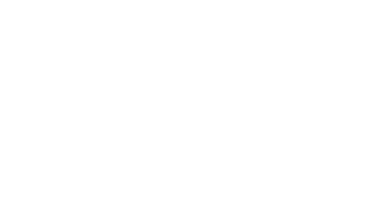
<source format=gto>
%TF.GenerationSoftware,KiCad,Pcbnew,7.0.2-0*%
%TF.CreationDate,2023-06-01T09:18:08+08:00*%
%TF.ProjectId,Anya,416e7961-2e6b-4696-9361-645f70636258,2*%
%TF.SameCoordinates,PX917e180PY435cdf8*%
%TF.FileFunction,Legend,Top*%
%TF.FilePolarity,Positive*%
%FSLAX46Y46*%
G04 Gerber Fmt 4.6, Leading zero omitted, Abs format (unit mm)*
G04 Created by KiCad (PCBNEW 7.0.2-0) date 2023-06-01 09:18:08*
%MOMM*%
%LPD*%
G01*
G04 APERTURE LIST*
%ADD10R,1.752600X1.752600*%
%ADD11C,1.752600*%
%ADD12C,1.900000*%
%ADD13C,3.000000*%
%ADD14C,4.000000*%
%ADD15C,3.200000*%
G04 APERTURE END LIST*
D10*
%TO.C,U1*%
X-90170000Y-20955000D03*
D11*
X-87630000Y-20955000D03*
X-85090000Y-20955000D03*
X-82550000Y-20955000D03*
X-80010000Y-20955000D03*
X-77470000Y-20955000D03*
X-74930000Y-20955000D03*
X-72390000Y-20955000D03*
X-69850000Y-20955000D03*
X-67310000Y-20955000D03*
X-64770000Y-20955000D03*
X-62230000Y-20955000D03*
X-62230000Y-36195000D03*
X-64770000Y-36195000D03*
X-67310000Y-36195000D03*
X-69850000Y-36195000D03*
X-72390000Y-36195000D03*
X-74930000Y-36195000D03*
X-77470000Y-36195000D03*
X-80010000Y-36195000D03*
X-82550000Y-36195000D03*
X-85090000Y-36195000D03*
X-87630000Y-36195000D03*
X-90170000Y-36195000D03*
%TD*%
%LPC*%
D12*
%TO.C,SW29*%
X61595000Y-9525000D03*
D13*
X62865000Y-6985000D03*
D14*
X66675000Y-9525000D03*
D13*
X69215000Y-4445000D03*
D12*
X71755000Y-9525000D03*
%TD*%
%TO.C,SW13*%
X-52705000Y9525000D03*
D13*
X-51435000Y12065000D03*
D14*
X-47625000Y9525000D03*
D13*
X-45085000Y14605000D03*
D12*
X-42545000Y9525000D03*
%TD*%
%TO.C,SW27*%
X23495000Y-9525000D03*
D13*
X24765000Y-6985000D03*
D14*
X28575000Y-9525000D03*
D13*
X31115000Y-4445000D03*
D12*
X33655000Y-9525000D03*
%TD*%
%TO.C,SW24*%
X-33655000Y-9525000D03*
D13*
X-32385000Y-6985000D03*
D14*
X-28575000Y-9525000D03*
D13*
X-26035000Y-4445000D03*
D12*
X-23495000Y-9525000D03*
%TD*%
%TO.C,SW8*%
X42545000Y28575000D03*
D13*
X43815000Y31115000D03*
D14*
X47625000Y28575000D03*
D13*
X50165000Y33655000D03*
D12*
X52705000Y28575000D03*
%TD*%
%TO.C,SW15*%
X-14605000Y9525000D03*
D13*
X-13335000Y12065000D03*
D14*
X-9525000Y9525000D03*
D13*
X-6985000Y14605000D03*
D12*
X-4445000Y9525000D03*
%TD*%
%TO.C,SW1*%
X-90805000Y28575000D03*
D13*
X-89535000Y31115000D03*
D14*
X-85725000Y28575000D03*
D13*
X-83185000Y33655000D03*
D12*
X-80645000Y28575000D03*
%TD*%
%TO.C,SW6*%
X4445000Y28575000D03*
D13*
X5715000Y31115000D03*
D14*
X9525000Y28575000D03*
D13*
X12065000Y33655000D03*
D12*
X14605000Y28575000D03*
%TD*%
%TO.C,SW2*%
X-71755000Y28575000D03*
D13*
X-70485000Y31115000D03*
D14*
X-66675000Y28575000D03*
D13*
X-64135000Y33655000D03*
D12*
X-61595000Y28575000D03*
%TD*%
%TO.C,SW7*%
X23495000Y28575000D03*
D13*
X24765000Y31115000D03*
D14*
X28575000Y28575000D03*
D13*
X31115000Y33655000D03*
D12*
X33655000Y28575000D03*
%TD*%
%TO.C,SW26*%
X4445000Y-9525000D03*
D13*
X5715000Y-6985000D03*
D14*
X9525000Y-9525000D03*
D13*
X12065000Y-4445000D03*
D12*
X14605000Y-9525000D03*
%TD*%
%TO.C,SW3*%
X-52705000Y28575000D03*
D13*
X-51435000Y31115000D03*
D14*
X-47625000Y28575000D03*
D13*
X-45085000Y33655000D03*
D12*
X-42545000Y28575000D03*
%TD*%
%TO.C,SW21*%
X-90805000Y-9525000D03*
D13*
X-89535000Y-6985000D03*
D14*
X-85725000Y-9525000D03*
D13*
X-83185000Y-4445000D03*
D12*
X-80645000Y-9525000D03*
%TD*%
%TO.C,SW12*%
X-71755000Y9525000D03*
D13*
X-70485000Y12065000D03*
D14*
X-66675000Y9525000D03*
D13*
X-64135000Y14605000D03*
D12*
X-61595000Y9525000D03*
%TD*%
D15*
%TO.C,REF\u002A\u002A*%
X-66040000Y-28575000D03*
%TD*%
D12*
%TO.C,SW31*%
X-55086250Y-28575000D03*
D13*
X-53816250Y-26035000D03*
D14*
X-50006250Y-28575000D03*
D13*
X-47466250Y-23495000D03*
D12*
X-44926250Y-28575000D03*
%TD*%
%TO.C,SW23*%
X-52705000Y-9525000D03*
D13*
X-51435000Y-6985000D03*
D14*
X-47625000Y-9525000D03*
D13*
X-45085000Y-4445000D03*
D12*
X-42545000Y-9525000D03*
%TD*%
%TO.C,SW10*%
X80645000Y28575000D03*
D13*
X81915000Y31115000D03*
D14*
X85725000Y28575000D03*
D13*
X88265000Y33655000D03*
D12*
X90805000Y28575000D03*
%TD*%
%TO.C,SW17*%
X23495000Y9525000D03*
D13*
X24765000Y12065000D03*
D14*
X28575000Y9525000D03*
D13*
X31115000Y14605000D03*
D12*
X33655000Y9525000D03*
%TD*%
%TO.C,SW4*%
X-33655000Y28575000D03*
D13*
X-32385000Y31115000D03*
D14*
X-28575000Y28575000D03*
D13*
X-26035000Y33655000D03*
D12*
X-23495000Y28575000D03*
%TD*%
%TO.C,SW14*%
X-33655000Y9525000D03*
D13*
X-32385000Y12065000D03*
D14*
X-28575000Y9525000D03*
D13*
X-26035000Y14605000D03*
D12*
X-23495000Y9525000D03*
%TD*%
%TO.C,SW20*%
X80645000Y9525000D03*
D13*
X81915000Y12065000D03*
D14*
X85725000Y9525000D03*
D13*
X88265000Y14605000D03*
D12*
X90805000Y9525000D03*
%TD*%
%TO.C,SW9*%
X61595000Y28575000D03*
D13*
X62865000Y31115000D03*
D14*
X66675000Y28575000D03*
D13*
X69215000Y33655000D03*
D12*
X71755000Y28575000D03*
%TD*%
%TO.C,SW30*%
X80645000Y-9525000D03*
D13*
X81915000Y-6985000D03*
D14*
X85725000Y-9525000D03*
D13*
X88265000Y-4445000D03*
D12*
X90805000Y-9525000D03*
%TD*%
%TO.C,SW33*%
X44926250Y-28575000D03*
D13*
X46196250Y-26035000D03*
D14*
X50006250Y-28575000D03*
D13*
X52546250Y-23495000D03*
D12*
X55086250Y-28575000D03*
%TD*%
%TO.C,SW25*%
X-14605000Y-9525000D03*
D13*
X-13335000Y-6985000D03*
D14*
X-9525000Y-9525000D03*
D13*
X-6985000Y-4445000D03*
D12*
X-4445000Y-9525000D03*
%TD*%
%TO.C,SW5*%
X-14605000Y28575000D03*
D13*
X-13335000Y31115000D03*
D14*
X-9525000Y28575000D03*
D13*
X-6985000Y33655000D03*
D12*
X-4445000Y28575000D03*
%TD*%
%TO.C,SW19*%
X61595000Y9525000D03*
D13*
X62865000Y12065000D03*
D14*
X66675000Y9525000D03*
D13*
X69215000Y14605000D03*
D12*
X71755000Y9525000D03*
%TD*%
%TO.C,SW11*%
X-90805000Y9525000D03*
D13*
X-89535000Y12065000D03*
D14*
X-85725000Y9525000D03*
D13*
X-83185000Y14605000D03*
D12*
X-80645000Y9525000D03*
%TD*%
%TO.C,SW32*%
X-5080000Y-28575000D03*
D13*
X-3810000Y-26035000D03*
D14*
X0Y-28575000D03*
D13*
X2540000Y-23495000D03*
D12*
X5080000Y-28575000D03*
%TD*%
%TO.C,SW28*%
X42545000Y-9525000D03*
D13*
X43815000Y-6985000D03*
D14*
X47625000Y-9525000D03*
D13*
X50165000Y-4445000D03*
D12*
X52705000Y-9525000D03*
%TD*%
%TO.C,SW16*%
X4445000Y9525000D03*
D13*
X5715000Y12065000D03*
D14*
X9525000Y9525000D03*
D13*
X12065000Y14605000D03*
D12*
X14605000Y9525000D03*
%TD*%
%TO.C,SW18*%
X42545000Y9525000D03*
D13*
X43815000Y12065000D03*
D14*
X47625000Y9525000D03*
D13*
X50165000Y14605000D03*
D12*
X52705000Y9525000D03*
%TD*%
%TO.C,SW22*%
X-71755000Y-9525000D03*
D13*
X-70485000Y-6985000D03*
D14*
X-66675000Y-9525000D03*
D13*
X-64135000Y-4445000D03*
D12*
X-61595000Y-9525000D03*
%TD*%
D10*
%TO.C,U1*%
X-90170000Y-20955000D03*
D11*
X-87630000Y-20955000D03*
X-85090000Y-20955000D03*
X-82550000Y-20955000D03*
X-80010000Y-20955000D03*
X-77470000Y-20955000D03*
X-74930000Y-20955000D03*
X-72390000Y-20955000D03*
X-69850000Y-20955000D03*
X-67310000Y-20955000D03*
X-64770000Y-20955000D03*
X-62230000Y-20955000D03*
X-62230000Y-36195000D03*
X-64770000Y-36195000D03*
X-67310000Y-36195000D03*
X-69850000Y-36195000D03*
X-72390000Y-36195000D03*
X-74930000Y-36195000D03*
X-77470000Y-36195000D03*
X-80010000Y-36195000D03*
X-82550000Y-36195000D03*
X-85090000Y-36195000D03*
X-87630000Y-36195000D03*
X-90170000Y-36195000D03*
%TD*%
%LPD*%
M02*

</source>
